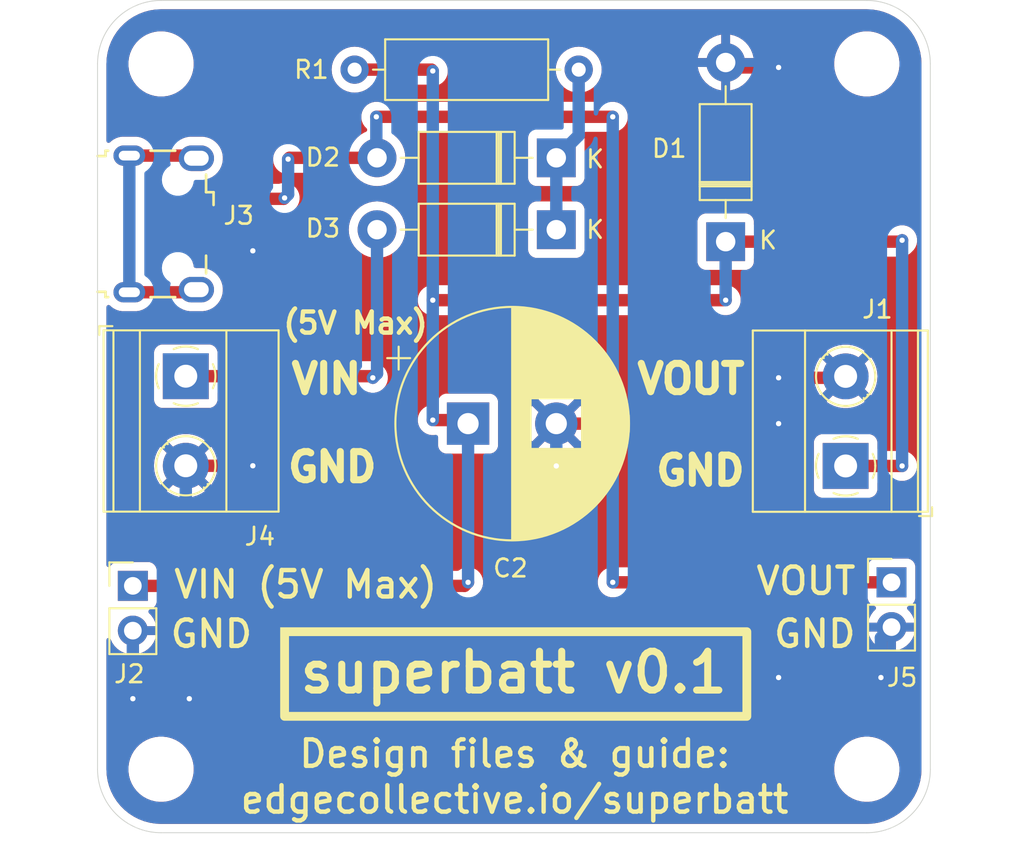
<source format=kicad_pcb>
(kicad_pcb (version 20240108) (generator "pcbnew") (generator_version "8.0")
  (layers (0 "F.Cu" signal) (31 "B.Cu" signal) (34 "B.Paste" user) (35 "F.Paste" user) (36 "B.SilkS" user "B.Silkscreen") (37 "F.SilkS" user "F.Silkscreen") (38 "B.Mask" user) (39 "F.Mask" user) (44 "Edge.Cuts" user))
  (net 0 "")
  (net 1 "Net-(D1-K)")
  (net 2 "GND")
  (net 3 "Net-(D2-K)")
  (net 4 "Net-(D2-A)")
  (net 5 "Net-(D3-A)")
  (net 7 "unconnected-(J3-Shield-Pad6)")
  (footprint "Diode_THT:D_DO-41_SOD81_P10.16mm_Horizontal" (layer "F.Cu") (at 22.4 5.325 180)
    (property "Reference" "D2" (at 13.23 0.025 0) (layer "F.SilkS"))
    (property "Value" "Schottky 1N5817")
    (fp_line (start 8.82 0) (end 7.8 0) (stroke (width 0.12)) (layer "F.SilkS"))
    (fp_line (start 7.8 1.47) (end 7.8 -1.47) (stroke (width 0.12)) (layer "F.SilkS"))
    (fp_line (start 7.8 -1.47) (end 2.36 -1.47) (stroke (width 0.12)) (layer "F.SilkS"))
    (fp_line (start 3.38 -1.47) (end 3.38 1.47) (stroke (width 0.12)) (layer "F.SilkS"))
    (fp_line (start 3.26 -1.47) (end 3.26 1.47) (stroke (width 0.12)) (layer "F.SilkS"))
    (fp_line (start 3.14 -1.47) (end 3.14 1.47) (stroke (width 0.12)) (layer "F.SilkS"))
    (fp_line (start 2.36 1.47) (end 7.8 1.47) (stroke (width 0.12)) (layer "F.SilkS"))
    (fp_line (start 2.36 -1.47) (end 2.36 1.47) (stroke (width 0.12)) (layer "F.SilkS"))
    (fp_line (start 1.34 0) (end 2.36 0) (stroke (width 0.12)) (layer "F.SilkS"))
    (fp_text user "K" (at -2.2 -0.075 0) (layer "F.SilkS"))
    (pad "1" thru_hole rect (at 0 0 180) (size 2.2 2.2) (drill 1.1) (layers "*.Cu" "*.Mask") (net 3 "Net-(D2-K)"))
    (pad "2" thru_hole oval (at 10.16 0 180) (size 2.2 2.2) (drill 1.1) (layers "*.Cu" "*.Mask") (net 4 "Net-(D2-A)"))
  )
  (footprint "TerminalBlock_Phoenix:TerminalBlock_Phoenix_MKDS-1,5-2-5.08_1x02_P5.08mm_Horizontal" (layer "F.Cu") (at 38.8 22.8 90)
    (property "Reference" "J1" (at 8.88 1.8 180) (layer "F.SilkS"))
    (property "Value" "Screw_Terminal_01x02")
    (fp_line (start 7.68 -5.261) (end 7.68 4.66) (stroke (width 0.12)) (layer "F.SilkS"))
    (fp_line (start -2.6 -5.261) (end 7.68 -5.261) (stroke (width 0.12)) (layer "F.SilkS"))
    (fp_line (start -2.6 -5.261) (end -2.6 4.66) (stroke (width 0.12)) (layer "F.SilkS"))
    (fp_line (start -2.6 -2.301) (end 7.68 -2.301) (stroke (width 0.12)) (layer "F.SilkS"))
    (fp_line (start 6.15 -1.275) (end 6.115 -1.239) (stroke (width 0.12)) (layer "F.SilkS"))
    (fp_line (start 6.355 -1.069) (end 6.308 -1.023) (stroke (width 0.12)) (layer "F.SilkS"))
    (fp_line (start 3.853 1.023) (end 3.806 1.069) (stroke (width 0.12)) (layer "F.SilkS"))
    (fp_line (start 4.046 1.239) (end 4.011 1.274) (stroke (width 0.12)) (layer "F.SilkS"))
    (fp_line (start -2.6 2.6) (end 7.68 2.6) (stroke (width 0.12)) (layer "F.SilkS"))
    (fp_line (start -2.6 4.1) (end 7.68 4.1) (stroke (width 0.12)) (layer "F.SilkS"))
    (fp_line (start -2.84 4.16) (end -2.84 4.9) (stroke (width 0.12)) (layer "F.SilkS"))
    (fp_line (start -2.6 4.66) (end 7.68 4.66) (stroke (width 0.12)) (layer "F.SilkS"))
    (fp_line (start -2.84 4.9) (end -2.34 4.9) (stroke (width 0.12)) (layer "F.SilkS"))
    (fp_arc (start -0.683042 -1.535427) (mid 0.000524 -1.680501) (end 0.684 -1.535) (stroke (width 0.12)) (layer "F.SilkS"))
    (fp_arc (start 1.535427 -0.683042) (mid 1.680501 0.000524) (end 1.535 0.684) (stroke (width 0.12)) (layer "F.SilkS"))
    (fp_arc (start -1.535427 0.683042) (mid -1.680501 -0.000524) (end -1.535 -0.684) (stroke (width 0.12)) (layer "F.SilkS"))
    (fp_arc (start 0.683318 1.534756) (mid 0.349292 1.643288) (end 0 1.68) (stroke (width 0.12)) (layer "F.SilkS"))
    (fp_arc (start 0.028805 1.680253) (mid -0.335551 1.646659) (end -0.684 1.535) (stroke (width 0.12)) (layer "F.SilkS"))
    (fp_circle (center 5.08 0) (end 6.76 0) (stroke (width 0.12)) (fill none) (layer "F.SilkS"))
    (pad "1" thru_hole rect (at 0 0 90) (size 2.6 2.6) (drill 1.3) (layers "*.Cu" "*.Mask") (net 1 "Net-(D1-K)"))
    (pad "2" thru_hole circle (at 5.08 0 90) (size 2.6 2.6) (drill 1.3) (layers "*.Cu" "*.Mask") (net 2 "GND"))
  )
  (footprint "MountingHole:MountingHole_3.2mm_M3" (layer "F.Cu") (at 0 0)
    (property "Reference" "H1" (hide yes))
    (property "Value" "MountingHole")
    (pad "" np_thru_hole circle (at 0 0) (size 3.2 3.2) (drill 3.2) (layers "*.Cu" "*.Mask"))
  )
  (footprint "MountingHole:MountingHole_3.2mm_M3" (layer "F.Cu") (at 40 40)
    (property "Reference" "H3" (hide yes))
    (property "Value" "MountingHole")
    (pad "" np_thru_hole circle (at 0 0) (size 3.2 3.2) (drill 3.2) (layers "*.Cu" "*.Mask"))
  )
  (footprint "Diode_THT:D_DO-41_SOD81_P10.16mm_Horizontal" (layer "F.Cu") (at 22.4 9.4 180)
    (property "Reference" "D3" (at 13.23 0.075 0) (layer "F.SilkS"))
    (property "Value" "Schottky 1N5817")
    (fp_line (start 8.82 0) (end 7.8 0) (stroke (width 0.12)) (layer "F.SilkS"))
    (fp_line (start 7.8 1.47) (end 7.8 -1.47) (stroke (width 0.12)) (layer "F.SilkS"))
    (fp_line (start 7.8 -1.47) (end 2.36 -1.47) (stroke (width 0.12)) (layer "F.SilkS"))
    (fp_line (start 3.38 -1.47) (end 3.38 1.47) (stroke (width 0.12)) (layer "F.SilkS"))
    (fp_line (start 3.26 -1.47) (end 3.26 1.47) (stroke (width 0.12)) (layer "F.SilkS"))
    (fp_line (start 3.14 -1.47) (end 3.14 1.47) (stroke (width 0.12)) (layer "F.SilkS"))
    (fp_line (start 2.36 1.47) (end 7.8 1.47) (stroke (width 0.12)) (layer "F.SilkS"))
    (fp_line (start 2.36 -1.47) (end 2.36 1.47) (stroke (width 0.12)) (layer "F.SilkS"))
    (fp_line (start 1.34 0) (end 2.36 0) (stroke (width 0.12)) (layer "F.SilkS"))
    (fp_text user "K" (at -2.2 0 0) (layer "F.SilkS"))
    (pad "1" thru_hole rect (at 0 0 180) (size 2.2 2.2) (drill 1.1) (layers "*.Cu" "*.Mask") (net 3 "Net-(D2-K)"))
    (pad "2" thru_hole oval (at 10.16 0 180) (size 2.2 2.2) (drill 1.1) (layers "*.Cu" "*.Mask") (net 5 "Net-(D3-A)"))
  )
  (footprint "MountingHole:MountingHole_3.2mm_M3" (layer "F.Cu") (at 0 40)
    (property "Reference" "H2" (hide yes))
    (property "Value" "MountingHole")
    (pad "" np_thru_hole circle (at 0 0) (size 3.2 3.2) (drill 3.2) (layers "*.Cu" "*.Mask"))
  )
  (footprint "Resistor_THT:R_Axial_DIN0309_L9.0mm_D3.2mm_P12.70mm_Horizontal" (layer "F.Cu") (at 23.67 0.325 180)
    (property "Reference" "R1" (at 15.15 0 0) (layer "F.SilkS"))
    (property "Value" "10 Ohm")
    (fp_line (start 11.66 0) (end 10.97 0) (stroke (width 0.12)) (layer "F.SilkS"))
    (fp_line (start 10.97 1.72) (end 10.97 -1.72) (stroke (width 0.12)) (layer "F.SilkS"))
    (fp_line (start 10.97 -1.72) (end 1.73 -1.72) (stroke (width 0.12)) (layer "F.SilkS"))
    (fp_line (start 1.73 1.72) (end 10.97 1.72) (stroke (width 0.12)) (layer "F.SilkS"))
    (fp_line (start 1.73 -1.72) (end 1.73 1.72) (stroke (width 0.12)) (layer "F.SilkS"))
    (fp_line (start 1.04 0) (end 1.73 0) (stroke (width 0.12)) (layer "F.SilkS"))
    (pad "1" thru_hole circle (at 0 0 180) (size 1.6 1.6) (drill 0.8) (layers "*.Cu" "*.Mask") (net 3 "Net-(D2-K)"))
    (pad "2" thru_hole oval (at 12.7 0 180) (size 1.6 1.6) (drill 0.8) (layers "*.Cu" "*.Mask") (net 1 "Net-(D1-K)"))
  )
  (footprint "Connector_PinHeader_2.54mm:PinHeader_1x02_P2.54mm_Vertical" (layer "F.Cu") (at -1.6 29.6)
    (property "Reference" "J2" (at -0.2 5 0) (layer "F.SilkS"))
    (property "Value" "Conn_01x02_Socket")
    (fp_line (start -1.33 -1.33) (end 0 -1.33) (stroke (width 0.12)) (layer "F.SilkS"))
    (fp_line (start -1.33 0) (end -1.33 -1.33) (stroke (width 0.12)) (layer "F.SilkS"))
    (fp_line (start -1.33 1.27) (end -1.33 3.87) (stroke (width 0.12)) (layer "F.SilkS"))
    (fp_line (start -1.33 1.27) (end 1.33 1.27) (stroke (width 0.12)) (layer "F.SilkS"))
    (fp_line (start -1.33 3.87) (end 1.33 3.87) (stroke (width 0.12)) (layer "F.SilkS"))
    (fp_line (start 1.33 1.27) (end 1.33 3.87) (stroke (width 0.12)) (layer "F.SilkS"))
    (pad "1" thru_hole rect (at 0 0) (size 1.7 1.7) (drill 1) (layers "*.Cu" "*.Mask") (net 1 "Net-(D1-K)"))
    (pad "2" thru_hole oval (at 0 2.54) (size 1.7 1.7) (drill 1) (layers "*.Cu" "*.Mask") (net 2 "GND"))
  )
  (footprint "TerminalBlock_Phoenix:TerminalBlock_Phoenix_MKDS-1,5-2-5.08_1x02_P5.08mm_Horizontal" (layer "F.Cu") (at 1.4 17.71 -90)
    (property "Reference" "J4" (at 9.09 -4.2 180) (layer "F.SilkS"))
    (property "Value" "Screw_Terminal_01x02")
    (fp_line (start -2.84 4.9) (end -2.34 4.9) (stroke (width 0.12)) (layer "F.SilkS"))
    (fp_line (start -2.6 4.66) (end 7.68 4.66) (stroke (width 0.12)) (layer "F.SilkS"))
    (fp_line (start -2.84 4.16) (end -2.84 4.9) (stroke (width 0.12)) (layer "F.SilkS"))
    (fp_line (start -2.6 4.1) (end 7.68 4.1) (stroke (width 0.12)) (layer "F.SilkS"))
    (fp_line (start -2.6 2.6) (end 7.68 2.6) (stroke (width 0.12)) (layer "F.SilkS"))
    (fp_line (start 4.046 1.239) (end 4.011 1.274) (stroke (width 0.12)) (layer "F.SilkS"))
    (fp_line (start 3.853 1.023) (end 3.806 1.069) (stroke (width 0.12)) (layer "F.SilkS"))
    (fp_line (start 6.355 -1.069) (end 6.308 -1.023) (stroke (width 0.12)) (layer "F.SilkS"))
    (fp_line (start 6.15 -1.275) (end 6.115 -1.239) (stroke (width 0.12)) (layer "F.SilkS"))
    (fp_line (start -2.6 -2.301) (end 7.68 -2.301) (stroke (width 0.12)) (layer "F.SilkS"))
    (fp_line (start -2.6 -5.261) (end -2.6 4.66) (stroke (width 0.12)) (layer "F.SilkS"))
    (fp_line (start -2.6 -5.261) (end 7.68 -5.261) (stroke (width 0.12)) (layer "F.SilkS"))
    (fp_line (start 7.68 -5.261) (end 7.68 4.66) (stroke (width 0.12)) (layer "F.SilkS"))
    (fp_arc (start 0.028805 1.680253) (mid -0.335551 1.646659) (end -0.684 1.535) (stroke (width 0.12)) (layer "F.SilkS"))
    (fp_arc (start 0.683318 1.534756) (mid 0.349292 1.643288) (end 0 1.68) (stroke (width 0.12)) (layer "F.SilkS"))
    (fp_arc (start -1.535427 0.683042) (mid -1.680501 -0.000524) (end -1.535 -0.684) (stroke (width 0.12)) (layer "F.SilkS"))
    (fp_arc (start 1.535427 -0.683042) (mid 1.680501 0.000524) (end 1.535 0.684) (stroke (width 0.12)) (layer "F.SilkS"))
    (fp_arc (start -0.683042 -1.535427) (mid 0.000524 -1.680501) (end 0.684 -1.535) (stroke (width 0.12)) (layer "F.SilkS"))
    (fp_circle (center 5.08 0) (end 6.76 0) (stroke (width 0.12)) (fill none) (layer "F.SilkS"))
    (pad "1" thru_hole rect (at 0 0 270) (size 2.6 2.6) (drill 1.3) (layers "*.Cu" "*.Mask") (net 5 "Net-(D3-A)"))
    (pad "2" thru_hole circle (at 5.08 0 270) (size 2.6 2.6) (drill 1.3) (layers "*.Cu" "*.Mask") (net 2 "GND"))
  )
  (footprint "Connector_PinHeader_2.54mm:PinHeader_1x02_P2.54mm_Vertical" (layer "F.Cu") (at 41.4 29.4)
    (property "Reference" "J5" (at 0.6 5.4 0) (layer "F.SilkS"))
    (property "Value" "Conn_01x02_Socket")
    (fp_line (start -1.33 -1.33) (end 0 -1.33) (stroke (width 0.12)) (layer "F.SilkS"))
    (fp_line (start -1.33 0) (end -1.33 -1.33) (stroke (width 0.12)) (layer "F.SilkS"))
    (fp_line (start -1.33 1.27) (end -1.33 3.87) (stroke (width 0.12)) (layer "F.SilkS"))
    (fp_line (start -1.33 1.27) (end 1.33 1.27) (stroke (width 0.12)) (layer "F.SilkS"))
    (fp_line (start -1.33 3.87) (end 1.33 3.87) (stroke (width 0.12)) (layer "F.SilkS"))
    (fp_line (start 1.33 1.27) (end 1.33 3.87) (stroke (width 0.12)) (layer "F.SilkS"))
    (pad "1" thru_hole rect (at 0 0) (size 1.7 1.7) (drill 1) (layers "*.Cu" "*.Mask") (net 4 "Net-(D2-A)"))
    (pad "2" thru_hole oval (at 0 2.54) (size 1.7 1.7) (drill 1) (layers "*.Cu" "*.Mask") (net 2 "GND"))
  )
  (footprint "Capacitor_THT:CP_Radial_D13.0mm_P5.00mm" (layer "F.Cu") (at 17.4 20.4)
    (property "Reference" "C2" (at 2.4 8.2 0) (layer "F.SilkS"))
    (property "Value" "C_Polarized")
    (fp_line (start -4.584569 -3.715) (end -3.284569 -3.715) (stroke (width 0.12)) (layer "F.SilkS"))
    (fp_line (start -3.934569 -4.365) (end -3.934569 -3.065) (stroke (width 0.12)) (layer "F.SilkS"))
    (fp_line (start 2.5 -6.58) (end 2.5 6.58) (stroke (width 0.12)) (layer "F.SilkS"))
    (fp_line (start 2.54 -6.58) (end 2.54 6.58) (stroke (width 0.12)) (layer "F.SilkS"))
    (fp_line (start 2.58 -6.58) (end 2.58 6.58) (stroke (width 0.12)) (layer "F.SilkS"))
    (fp_line (start 2.62 -6.579) (end 2.62 6.579) (stroke (width 0.12)) (layer "F.SilkS"))
    (fp_line (start 2.66 -6.579) (end 2.66 6.579) (stroke (width 0.12)) (layer "F.SilkS"))
    (fp_line (start 2.7 -6.577) (end 2.7 6.577) (stroke (width 0.12)) (layer "F.SilkS"))
    (fp_line (start 2.74 -6.576) (end 2.74 6.576) (stroke (width 0.12)) (layer "F.SilkS"))
    (fp_line (start 2.78 -6.575) (end 2.78 6.575) (stroke (width 0.12)) (layer "F.SilkS"))
    (fp_line (start 2.82 -6.573) (end 2.82 6.573) (stroke (width 0.12)) (layer "F.SilkS"))
    (fp_line (start 2.86 -6.571) (end 2.86 6.571) (stroke (width 0.12)) (layer "F.SilkS"))
    (fp_line (start 2.9 -6.568) (end 2.9 6.568) (stroke (width 0.12)) (layer "F.SilkS"))
    (fp_line (start 2.94 -6.566) (end 2.94 6.566) (stroke (width 0.12)) (layer "F.SilkS"))
    (fp_line (start 2.98 -6.563) (end 2.98 6.563) (stroke (width 0.12)) (layer "F.SilkS"))
    (fp_line (start 3.02 -6.56) (end 3.02 6.56) (stroke (width 0.12)) (layer "F.SilkS"))
    (fp_line (start 3.06 -6.557) (end 3.06 6.557) (stroke (width 0.12)) (layer "F.SilkS"))
    (fp_line (start 3.1 -6.553) (end 3.1 6.553) (stroke (width 0.12)) (layer "F.SilkS"))
    (fp_line (start 3.14 -6.549) (end 3.14 6.549) (stroke (width 0.12)) (layer "F.SilkS"))
    (fp_line (start 3.18 -6.545) (end 3.18 6.545) (stroke (width 0.12)) (layer "F.SilkS"))
    (fp_line (start 3.221 -6.541) (end 3.221 6.541) (stroke (width 0.12)) (layer "F.SilkS"))
    (fp_line (start 3.261 -6.537) (end 3.261 6.537) (stroke (width 0.12)) (layer "F.SilkS"))
    (fp_line (start 3.301 -6.532) (end 3.301 6.532) (stroke (width 0.12)) (layer "F.SilkS"))
    (fp_line (start 3.341 -6.527) (end 3.341 6.527) (stroke (width 0.12)) (layer "F.SilkS"))
    (fp_line (start 3.381 -6.522) (end 3.381 6.522) (stroke (width 0.12)) (layer "F.SilkS"))
    (fp_line (start 3.421 -6.516) (end 3.421 6.516) (stroke (width 0.12)) (layer "F.SilkS"))
    (fp_line (start 3.461 -6.511) (end 3.461 6.511) (stroke (width 0.12)) (layer "F.SilkS"))
    (fp_line (start 3.501 -6.505) (end 3.501 6.505) (stroke (width 0.12)) (layer "F.SilkS"))
    (fp_line (start 3.541 -6.498) (end 3.541 6.498) (stroke (width 0.12)) (layer "F.SilkS"))
    (fp_line (start 3.581 -6.492) (end 3.581 -1.44) (stroke (width 0.12)) (layer "F.SilkS"))
    (fp_line (start 3.581 1.44) (end 3.581 6.492) (stroke (width 0.12)) (layer "F.SilkS"))
    (fp_line (start 3.621 -6.485) (end 3.621 -1.44) (stroke (width 0.12)) (layer "F.SilkS"))
    (fp_line (start 3.621 1.44) (end 3.621 6.485) (stroke (width 0.12)) (layer "F.SilkS"))
    (fp_line (start 3.661 -6.478) (end 3.661 -1.44) (stroke (width 0.12)) (layer "F.SilkS"))
    (fp_line (start 3.661 1.44) (end 3.661 6.478) (stroke (width 0.12)) (layer "F.SilkS"))
    (fp_line (start 3.701 -6.471) (end 3.701 -1.44) (stroke (width 0.12)) (layer "F.SilkS"))
    (fp_line (start 3.701 1.44) (end 3.701 6.471) (stroke (width 0.12)) (layer "F.SilkS"))
    (fp_line (start 3.741 -6.463) (end 3.741 -1.44) (stroke (width 0.12)) (layer "F.SilkS"))
    (fp_line (start 3.741 1.44) (end 3.741 6.463) (stroke (width 0.12)) (layer "F.SilkS"))
    (fp_line (start 3.781 -6.456) (end 3.781 -1.44) (stroke (width 0.12)) (layer "F.SilkS"))
    (fp_line (start 3.781 1.44) (end 3.781 6.456) (stroke (width 0.12)) (layer "F.SilkS"))
    (fp_line (start 3.821 -6.448) (end 3.821 -1.44) (stroke (width 0.12)) (layer "F.SilkS"))
    (fp_line (start 3.821 1.44) (end 3.821 6.448) (stroke (width 0.12)) (layer "F.SilkS"))
    (fp_line (start 3.861 -6.439) (end 3.861 -1.44) (stroke (width 0.12)) (layer "F.SilkS"))
    (fp_line (start 3.861 1.44) (end 3.861 6.439) (stroke (width 0.12)) (layer "F.SilkS"))
    (fp_line (start 3.901 -6.431) (end 3.901 -1.44) (stroke (width 0.12)) (layer "F.SilkS"))
    (fp_line (start 3.901 1.44) (end 3.901 6.431) (stroke (width 0.12)) (layer "F.SilkS"))
    (fp_line (start 3.941 -6.422) (end 3.941 -1.44) (stroke (width 0.12)) (layer "F.SilkS"))
    (fp_line (start 3.941 1.44) (end 3.941 6.422) (stroke (width 0.12)) (layer "F.SilkS"))
    (fp_line (start 3.981 -6.413) (end 3.981 -1.44) (stroke (width 0.12)) (layer "F.SilkS"))
    (fp_line (start 3.981 1.44) (end 3.981 6.413) (stroke (width 0.12)) (layer "F.SilkS"))
    (fp_line (start 4.021 -6.404) (end 4.021 -1.44) (stroke (width 0.12)) (layer "F.SilkS"))
    (fp_line (start 4.021 1.44) (end 4.021 6.404) (stroke (width 0.12)) (layer "F.SilkS"))
    (fp_line (start 4.061 -6.394) (end 4.061 -1.44) (stroke (width 0.12)) (layer "F.SilkS"))
    (fp_line (start 4.061 1.44) (end 4.061 6.394) (stroke (width 0.12)) (layer "F.SilkS"))
    (fp_line (start 4.101 -6.384) (end 4.101 -1.44) (stroke (width 0.12)) (layer "F.SilkS"))
    (fp_line (start 4.101 1.44) (end 4.101 6.384) (stroke (width 0.12)) (layer "F.SilkS"))
    (fp_line (start 4.141 -6.374) (end 4.141 -1.44) (stroke (width 0.12)) (layer "F.SilkS"))
    (fp_line (start 4.141 1.44) (end 4.141 6.374) (stroke (width 0.12)) (layer "F.SilkS"))
    (fp_line (start 4.181 -6.364) (end 4.181 -1.44) (stroke (width 0.12)) (layer "F.SilkS"))
    (fp_line (start 4.181 1.44) (end 4.181 6.364) (stroke (width 0.12)) (layer "F.SilkS"))
    (fp_line (start 4.221 -6.353) (end 4.221 -1.44) (stroke (width 0.12)) (layer "F.SilkS"))
    (fp_line (start 4.221 1.44) (end 4.221 6.353) (stroke (width 0.12)) (layer "F.SilkS"))
    (fp_line (start 4.261 -6.342) (end 4.261 -1.44) (stroke (width 0.12)) (layer "F.SilkS"))
    (fp_line (start 4.261 1.44) (end 4.261 6.342) (stroke (width 0.12)) (layer "F.SilkS"))
    (fp_line (start 4.301 -6.331) (end 4.301 -1.44) (stroke (width 0.12)) (layer "F.SilkS"))
    (fp_line (start 4.301 1.44) (end 4.301 6.331) (stroke (width 0.12)) (layer "F.SilkS"))
    (fp_line (start 4.341 -6.32) (end 4.341 -1.44) (stroke (width 0.12)) (layer "F.SilkS"))
    (fp_line (start 4.341 1.44) (end 4.341 6.32) (stroke (width 0.12)) (layer "F.SilkS"))
    (fp_line (start 4.381 -6.308) (end 4.381 -1.44) (stroke (width 0.12)) (layer "F.SilkS"))
    (fp_line (start 4.381 1.44) (end 4.381 6.308) (stroke (width 0.12)) (layer "F.SilkS"))
    (fp_line (start 4.421 -6.296) (end 4.421 -1.44) (stroke (width 0.12)) (layer "F.SilkS"))
    (fp_line (start 4.421 1.44) (end 4.421 6.296) (stroke (width 0.12)) (layer "F.SilkS"))
    (fp_line (start 4.461 -6.284) (end 4.461 -1.44) (stroke (width 0.12)) (layer "F.SilkS"))
    (fp_line (start 4.461 1.44) (end 4.461 6.284) (stroke (width 0.12)) (layer "F.SilkS"))
    (fp_line (start 4.501 -6.271) (end 4.501 -1.44) (stroke (width 0.12)) (layer "F.SilkS"))
    (fp_line (start 4.501 1.44) (end 4.501 6.271) (stroke (width 0.12)) (layer "F.SilkS"))
    (fp_line (start 4.541 -6.258) (end 4.541 -1.44) (stroke (width 0.12)) (layer "F.SilkS"))
    (fp_line (start 4.541 1.44) (end 4.541 6.258) (stroke (width 0.12)) (layer "F.SilkS"))
    (fp_line (start 4.581 -6.245) (end 4.581 -1.44) (stroke (width 0.12)) (layer "F.SilkS"))
    (fp_line (start 4.581 1.44) (end 4.581 6.245) (stroke (width 0.12)) (layer "F.SilkS"))
    (fp_line (start 4.621 -6.232) (end 4.621 -1.44) (stroke (width 0.12)) (layer "F.SilkS"))
    (fp_line (start 4.621 1.44) (end 4.621 6.232) (stroke (width 0.12)) (layer "F.SilkS"))
    (fp_line (start 4.661 -6.218) (end 4.661 -1.44) (stroke (width 0.12)) (layer "F.SilkS"))
    (fp_line (start 4.661 1.44) (end 4.661 6.218) (stroke (width 0.12)) (layer "F.SilkS"))
    (fp_line (start 4.701 -6.204) (end 4.701 -1.44) (stroke (width 0.12)) (layer "F.SilkS"))
    (fp_line (start 4.701 1.44) (end 4.701 6.204) (stroke (width 0.12)) (layer "F.SilkS"))
    (fp_line (start 4.741 -6.19) (end 4.741 -1.44) (stroke (width 0.12)) (layer "F.SilkS"))
    (fp_line (start 4.741 1.44) (end 4.741 6.19) (stroke (width 0.12)) (layer "F.SilkS"))
    (fp_line (start 4.781 -6.175) (end 4.781 -1.44) (stroke (width 0.12)) (layer "F.SilkS"))
    (fp_line (start 4.781 1.44) (end 4.781 6.175) (stroke (width 0.12)) (layer "F.SilkS"))
    (fp_line (start 4.821 -6.161) (end 4.821 -1.44) (stroke (width 0.12)) (layer "F.SilkS"))
    (fp_line (start 4.821 1.44) (end 4.821 6.161) (stroke (width 0.12)) (layer "F.SilkS"))
    (fp_line (start 4.861 -6.146) (end 4.861 -1.44) (stroke (width 0.12)) (layer "F.SilkS"))
    (fp_line (start 4.861 1.44) (end 4.861 6.146) (stroke (width 0.12)) (layer "F.SilkS"))
    (fp_line (start 4.901 -6.13) (end 4.901 -1.44) (stroke (width 0.12)) (layer "F.SilkS"))
    (fp_line (start 4.901 1.44) (end 4.901 6.13) (stroke (width 0.12)) (layer "F.SilkS"))
    (fp_line (start 4.941 -6.114) (end 4.941 -1.44) (stroke (width 0.12)) (layer "F.SilkS"))
    (fp_line (start 4.941 1.44) (end 4.941 6.114) (stroke (width 0.12)) (layer "F.SilkS"))
    (fp_line (start 4.981 -6.098) (end 4.981 -1.44) (stroke (width 0.12)) (layer "F.SilkS"))
    (fp_line (start 4.981 1.44) (end 4.981 6.098) (stroke (width 0.12)) (layer "F.SilkS"))
    (fp_line (start 5.021 -6.082) (end 5.021 -1.44) (stroke (width 0.12)) (layer "F.SilkS"))
    (fp_line (start 5.021 1.44) (end 5.021 6.082) (stroke (width 0.12)) (layer "F.SilkS"))
    (fp_line (start 5.061 -6.065) (end 5.061 -1.44) (stroke (width 0.12)) (layer "F.SilkS"))
    (fp_line (start 5.061 1.44) (end 5.061 6.065) (stroke (width 0.12)) (layer "F.SilkS"))
    (fp_line (start 5.101 -6.049) (end 5.101 -1.44) (stroke (width 0.12)) (layer "F.SilkS"))
    (fp_line (start 5.101 1.44) (end 5.101 6.049) (stroke (width 0.12)) (layer "F.SilkS"))
    (fp_line (start 5.141 -6.031) (end 5.141 -1.44) (stroke (width 0.12)) (layer "F.SilkS"))
    (fp_line (start 5.141 1.44) (end 5.141 6.031) (stroke (width 0.12)) (layer "F.SilkS"))
    (fp_line (start 5.181 -6.014) (end 5.181 -1.44) (stroke (width 0.12)) (layer "F.SilkS"))
    (fp_line (start 5.181 1.44) (end 5.181 6.014) (stroke (width 0.12)) (layer "F.SilkS"))
    (fp_line (start 5.221 -5.996) (end 5.221 -1.44) (stroke (width 0.12)) (layer "F.SilkS"))
    (fp_line (start 5.221 1.44) (end 5.221 5.996) (stroke (width 0.12)) (layer "F.SilkS"))
    (fp_line (start 5.261 -5.978) (end 5.261 -1.44) (stroke (width 0.12)) (layer "F.SilkS"))
    (fp_line (start 5.261 1.44) (end 5.261 5.978) (stroke (width 0.12)) (layer "F.SilkS"))
    (fp_line (start 5.301 -5.959) (end 5.301 -1.44) (stroke (width 0.12)) (layer "F.SilkS"))
    (fp_line (start 5.301 1.44) (end 5.301 5.959) (stroke (width 0.12)) (layer "F.SilkS"))
    (fp_line (start 5.341 -5.94) (end 5.341 -1.44) (stroke (width 0.12)) (layer "F.SilkS"))
    (fp_line (start 5.341 1.44) (end 5.341 5.94) (stroke (width 0.12)) (layer "F.SilkS"))
    (fp_line (start 5.381 -5.921) (end 5.381 -1.44) (stroke (width 0.12)) (layer "F.SilkS"))
    (fp_line (start 5.381 1.44) (end 5.381 5.921) (stroke (width 0.12)) (layer "F.SilkS"))
    (fp_line (start 5.421 -5.902) (end 5.421 -1.44) (stroke (width 0.12)) (layer "F.SilkS"))
    (fp_line (start 5.421 1.44) (end 5.421 5.902) (stroke (width 0.12)) (layer "F.SilkS"))
    (fp_line (start 5.461 -5.882) (end 5.461 -1.44) (stroke (width 0.12)) (layer "F.SilkS"))
    (fp_line (start 5.461 1.44) (end 5.461 5.882) (stroke (width 0.12)) (layer "F.SilkS"))
    (fp_line (start 5.501 -5.862) (end 5.501 -1.44) (stroke (width 0.12)) (layer "F.SilkS"))
    (fp_line (start 5.501 1.44) (end 5.501 5.862) (stroke (width 0.12)) (layer "F.SilkS"))
    (fp_line (start 5.541 -5.841) (end 5.541 -1.44) (stroke (width 0.12)) (layer "F.SilkS"))
    (fp_line (start 5.541 1.44) (end 5.541 5.841) (stroke (width 0.12)) (layer "F.SilkS"))
    (fp_line (start 5.581 -5.82) (end 5.581 -1.44) (stroke (width 0.12)) (layer "F.SilkS"))
    (fp_line (start 5.581 1.44) (end 5.581 5.82) (stroke (width 0.12)) (layer "F.SilkS"))
    (fp_line (start 5.621 -5.799) (end 5.621 -1.44) (stroke (width 0.12)) (layer "F.SilkS"))
    (fp_line (start 5.621 1.44) (end 5.621 5.799) (stroke (width 0.12)) (layer "F.SilkS"))
    (fp_line (start 5.661 -5.778) (end 5.661 -1.44) (stroke (width 0.12)) (layer "F.SilkS"))
    (fp_line (start 5.661 1.44) (end 5.661 5.778) (stroke (width 0.12)) (layer "F.SilkS"))
    (fp_line (start 5.701 -5.756) (end 5.701 -1.44) (stroke (width 0.12)) (layer "F.SilkS"))
    (fp_line (start 5.701 1.44) (end 5.701 5.756) (stroke (width 0.12)) (layer "F.SilkS"))
    (fp_line (start 5.741 -5.733) (end 5.741 -1.44) (stroke (width 0.12)) (layer "F.SilkS"))
    (fp_line (start 5.741 1.44) (end 5.741 5.733) (stroke (width 0.12)) (layer "F.SilkS"))
    (fp_line (start 5.781 -5.711) (end 5.781 -1.44) (stroke (width 0.12)) (layer "F.SilkS"))
    (fp_line (start 5.781 1.44) (end 5.781 5.711) (stroke (width 0.12)) (layer "F.SilkS"))
    (fp_line (start 5.821 -5.688) (end 5.821 -1.44) (stroke (width 0.12)) (layer "F.SilkS"))
    (fp_line (start 5.821 1.44) (end 5.821 5.688) (stroke (width 0.12)) (layer "F.SilkS"))
    (fp_line (start 5.861 -5.664) (end 5.861 -1.44) (stroke (width 0.12)) (layer "F.SilkS"))
    (fp_line (start 5.861 1.44) (end 5.861 5.664) (stroke (width 0.12)) (layer "F.SilkS"))
    (fp_line (start 5.901 -5.641) (end 5.901 -1.44) (stroke (width 0.12)) (layer "F.SilkS"))
    (fp_line (start 5.901 1.44) (end 5.901 5.641) (stroke (width 0.12)) (layer "F.SilkS"))
    (fp_line (start 5.941 -5.617) (end 5.941 -1.44) (stroke (width 0.12)) (layer "F.SilkS"))
    (fp_line (start 5.941 1.44) (end 5.941 5.617) (stroke (width 0.12)) (layer "F.SilkS"))
    (fp_line (start 5.981 -5.592) (end 5.981 -1.44) (stroke (width 0.12)) (layer "F.SilkS"))
    (fp_line (start 5.981 1.44) (end 5.981 5.592) (stroke (width 0.12)) (layer "F.SilkS"))
    (fp_line (start 6.021 -5.567) (end 6.021 -1.44) (stroke (width 0.12)) (layer "F.SilkS"))
    (fp_line (start 6.021 1.44) (end 6.021 5.567) (stroke (width 0.12)) (layer "F.SilkS"))
    (fp_line (start 6.061 -5.542) (end 6.061 -1.44) (stroke (width 0.12)) (layer "F.SilkS"))
    (fp_line (start 6.061 1.44) (end 6.061 5.542) (stroke (width 0.12)) (layer "F.SilkS"))
    (fp_line (start 6.101 -5.516) (end 6.101 -1.44) (stroke (width 0.12)) (layer "F.SilkS"))
    (fp_line (start 6.101 1.44) (end 6.101 5.516) (stroke (width 0.12)) (layer "F.SilkS"))
    (fp_line (start 6.141 -5.49) (end 6.141 -1.44) (stroke (width 0.12)) (layer "F.SilkS"))
    (fp_line (start 6.141 1.44) (end 6.141 5.49) (stroke (width 0.12)) (layer "F.SilkS"))
    (fp_line (start 6.181 -5.463) (end 6.181 -1.44) (stroke (width 0.12)) (layer "F.SilkS"))
    (fp_line (start 6.181 1.44) (end 6.181 5.463) (stroke (width 0.12)) (layer "F.SilkS"))
    (fp_line (start 6.221 -5.436) (end 6.221 -1.44) (stroke (width 0.12)) (layer "F.SilkS"))
    (fp_line (start 6.221 1.44) (end 6.221 5.436) (stroke (width 0.12)) (layer "F.SilkS"))
    (fp_line (start 6.261 -5.409) (end 6.261 -1.44) (stroke (width 0.12)) (layer "F.SilkS"))
    (fp_line (start 6.261 1.44) (end 6.261 5.409) (stroke (width 0.12)) (layer "F.SilkS"))
    (fp_line (start 6.301 -5.381) (end 6.301 -1.44) (stroke (width 0.12)) (layer "F.SilkS"))
    (fp_line (start 6.301 1.44) (end 6.301 5.381) (stroke (width 0.12)) (layer "F.SilkS"))
    (fp_line (start 6.341 -5.353) (end 6.341 -1.44) (stroke (width 0.12)) (layer "F.SilkS"))
    (fp_line (start 6.341 1.44) (end 6.341 5.353) (stroke (width 0.12)) (layer "F.SilkS"))
    (fp_line (start 6.381 -5.324) (end 6.381 -1.44) (stroke (width 0.12)) (layer "F.SilkS"))
    (fp_line (start 6.381 1.44) (end 6.381 5.324) (stroke (width 0.12)) (layer "F.SilkS"))
    (fp_line (start 6.421 -5.295) (end 6.421 -1.44) (stroke (width 0.12)) (layer "F.SilkS"))
    (fp_line (start 6.421 1.44) (end 6.421 5.295) (stroke (width 0.12)) (layer "F.SilkS"))
    (fp_line (start 6.461 -5.265) (end 6.461 5.265) (stroke (width 0.12)) (layer "F.SilkS"))
    (fp_line (start 6.501 -5.235) (end 6.501 5.235) (stroke (width 0.12)) (layer "F.SilkS"))
    (fp_line (start 6.541 -5.205) (end 6.541 5.205) (stroke (width 0.12)) (layer "F.SilkS"))
    (fp_line (start 6.581 -5.174) (end 6.581 5.174) (stroke (width 0.12)) (layer "F.SilkS"))
    (fp_line (start 6.621 -5.142) (end 6.621 5.142) (stroke (width 0.12)) (layer "F.SilkS"))
    (fp_line (start 6.661 -5.11) (end 6.661 5.11) (stroke (width 0.12)) (layer "F.SilkS"))
    (fp_line (start 6.701 -5.078) (end 6.701 5.078) (stroke (width 0.12)) (layer "F.SilkS"))
    (fp_line (start 6.741 -5.044) (end 6.741 5.044) (stroke (width 0.12)) (layer "F.SilkS"))
    (fp_line (start 6.781 -5.011) (end 6.781 5.011) (stroke (width 0.12)) (layer "F.SilkS"))
    (fp_line (start 6.821 -4.977) (end 6.821 4.977) (stroke (width 0.12)) (layer "F.SilkS"))
    (fp_line (start 6.861 -4.942) (end 6.861 4.942) (stroke (width 0.12)) (layer "F.SilkS"))
    (fp_line (start 6.901 -4.907) (end 6.901 4.907) (stroke (width 0.12)) (layer "F.SilkS"))
    (fp_line (start 6.941 -4.871) (end 6.941 4.871) (stroke (width 0.12)) (layer "F.SilkS"))
    (fp_line (start 6.981 -4.834) (end 6.981 4.834) (stroke (width 0.12)) (layer "F.SilkS"))
    (fp_line (start 7.021 -4.797) (end 7.021 4.797) (stroke (width 0.12)) (layer "F.SilkS"))
    (fp_line (start 7.061 -4.76) (end 7.061 4.76) (stroke (width 0.12)) (layer "F.SilkS"))
    (fp_line (start 7.101 -4.721) (end 7.101 4.721) (stroke (width 0.12)) (layer "F.SilkS"))
    (fp_line (start 7.141 -4.682) (end 7.141 4.682) (stroke (width 0.12)) (layer "F.SilkS"))
    (fp_line (start 7.181 -4.643) (end 7.181 4.643) (stroke (width 0.12)) (layer "F.SilkS"))
    (fp_line (start 7.221 -4.602) (end 7.221 4.602) (stroke (width 0.12)) (layer "F.SilkS"))
    (fp_line (start 7.261 -4.561) (end 7.261 4.561) (stroke (width 0.12)) (layer "F.SilkS"))
    (fp_line (start 7.301 -4.519) (end 7.301 4.519) (stroke (width 0.12)) (layer "F.SilkS"))
    (fp_line (start 7.341 -4.477) (end 7.341 4.477) (stroke (width 0.12)) (layer "F.SilkS"))
    (fp_line (start 7.381 -4.434) (end 7.381 4.434) (stroke (width 0.12)) (layer "F.SilkS"))
    (fp_line (start 7.421 -4.39) (end 7.421 4.39) (stroke (width 0.12)) (layer "F.SilkS"))
    (fp_line (start 7.461 -4.345) (end 7.461 4.345) (stroke (width 0.12)) (layer "F.SilkS"))
    (fp_line (start 7.501 -4.299) (end 7.501 4.299) (stroke (width 0.12)) (layer "F.SilkS"))
    (fp_line (start 7.541 -4.253) (end 7.541 4.253) (stroke (width 0.12)) (layer "F.SilkS"))
    (fp_line (start 7.581 -4.205) (end 7.581 4.205) (stroke (width 0.12)) (layer "F.SilkS"))
    (fp_line (start 7.621 -4.157) (end 7.621 4.157) (stroke (width 0.12)) (layer "F.SilkS"))
    (fp_line (start 7.661 -4.108) (end 7.661 4.108) (stroke (width 0.12)) (layer "F.SilkS"))
    (fp_line (start 7.701 -4.057) (end 7.701 4.057) (stroke (width 0.12)) (layer "F.SilkS"))
    (fp_line (start 7.741 -4.006) (end 7.741 4.006) (stroke (width 0.12)) (layer "F.SilkS"))
    (fp_line (start 7.781 -3.954) (end 7.781 3.954) (stroke (width 0.12)) (layer "F.SilkS"))
    (fp_line (start 7.821 -3.9) (end 7.821 3.9) (stroke (width 0.12)) (layer "F.SilkS"))
    (fp_line (start 7.861 -3.846) (end 7.861 3.846) (stroke (width 0.12)) (layer "F.SilkS"))
    (fp_line (start 7.901 -3.79) (end 7.901 3.79) (stroke (width 0.12)) (layer "F.SilkS"))
    (fp_line (start 7.941 -3.733) (end 7.941 3.733) (stroke (width 0.12)) (layer "F.SilkS"))
    (fp_line (start 7.981 -3.675) (end 7.981 3.675) (stroke (width 0.12)) (layer "F.SilkS"))
    (fp_line (start 8.021 -3.615) (end 8.021 3.615) (stroke (width 0.12)) (layer "F.SilkS"))
    (fp_line (start 8.061 -3.554) (end 8.061 3.554) (stroke (width 0.12)) (layer "F.SilkS"))
    (fp_line (start 8.101 -3.491) (end 8.101 3.491) (stroke (width 0.12)) (layer "F.SilkS"))
    (fp_line (start 8.141 -3.427) (end 8.141 3.427) (stroke (width 0.12)) (layer "F.SilkS"))
    (fp_line (start 8.181 -3.361) (end 8.181 3.361) (stroke (width 0.12)) (layer "F.SilkS"))
    (fp_line (start 8.221 -3.293) (end 8.221 3.293) (stroke (width 0.12)) (layer "F.SilkS"))
    (fp_line (start 8.261 -3.223) (end 8.261 3.223) (stroke (width 0.12)) (layer "F.SilkS"))
    (fp_line (start 8.301 -3.152) (end 8.301 3.152) (stroke (width 0.12)) (layer "F.SilkS"))
    (fp_line (start 8.341 -3.078) (end 8.341 3.078) (stroke (width 0.12)) (layer "F.SilkS"))
    (fp_line (start 8.381 -3.002) (end 8.381 3.002) (stroke (width 0.12)) (layer "F.SilkS"))
    (fp_line (start 8.421 -2.923) (end 8.421 2.923) (stroke (width 0.12)) (layer "F.SilkS"))
    (fp_line (start 8.461 -2.842) (end 8.461 2.842) (stroke (width 0.12)) (layer "F.SilkS"))
    (fp_line (start 8.501 -2.758) (end 8.501 2.758) (stroke (width 0.12)) (layer "F.SilkS"))
    (fp_line (start 8.541 -2.67) (end 8.541 2.67) (stroke (width 0.12)) (layer "F.SilkS"))
    (fp_line (start 8.581 -2.579) (end 8.581 2.579) (stroke (width 0.12)) (layer "F.SilkS"))
    (fp_line (start 8.621 -2.484) (end 8.621 2.484) (stroke (width 0.12)) (layer "F.SilkS"))
    (fp_line (start 8.661 -2.385) (end 8.661 2.385) (stroke (width 0.12)) (layer "F.SilkS"))
    (fp_line (start 8.701 -2.281) (end 8.701 2.281) (stroke (width 0.12)) (layer "F.SilkS"))
    (fp_line (start 8.741 -2.171) (end 8.741 2.171) (stroke (width 0.12)) (layer "F.SilkS"))
    (fp_line (start 8.781 -2.055) (end 8.781 2.055) (stroke (width 0.12)) (layer "F.SilkS"))
    (fp_line (start 8.821 -1.931) (end 8.821 1.931) (stroke (width 0.12)) (layer "F.SilkS"))
    (fp_line (start 8.861 -1.798) (end 8.861 1.798) (stroke (width 0.12)) (layer "F.SilkS"))
    (fp_line (start 8.901 -1.653) (end 8.901 1.653) (stroke (width 0.12)) (layer "F.SilkS"))
    (fp_line (start 8.941 -1.494) (end 8.941 1.494) (stroke (width 0.12)) (layer "F.SilkS"))
    (fp_line (start 8.981 -1.315) (end 8.981 1.315) (stroke (width 0.12)) (layer "F.SilkS"))
    (fp_line (start 9.021 -1.107) (end 9.021 1.107) (stroke (width 0.12)) (layer "F.SilkS"))
    (fp_line (start 9.061 -0.85) (end 9.061 0.85) (stroke (width 0.12)) (layer "F.SilkS"))
    (fp_line (start 9.101 -0.475) (end 9.101 0.475) (stroke (width 0.12)) (layer "F.SilkS"))
    (fp_circle (center 2.5 0) (end 9.12 0) (stroke (width 0.12)) (fill none) (layer "F.SilkS"))
    (pad "1" thru_hole rect (at 0 0) (size 2.4 2.4) (drill 1.2) (layers "*.Cu" "*.Mask") (net 1 "Net-(D1-K)"))
    (pad "2" thru_hole circle (at 5 0) (size 2.4 2.4) (drill 1.2) (layers "*.Cu" "*.Mask") (net 2 "GND"))
  )
  (footprint "Diode_THT:D_DO-41_SOD81_P10.16mm_Horizontal" (layer "F.Cu") (at 32 10.08 90)
    (property "Reference" "D1" (at 5.28 -3.2 0) (layer "F.SilkS"))
    (property "Value" "5.1 Zener (1N4733A)")
    (fp_line (start 7.8 -1.47) (end 2.36 -1.47) (stroke (width 0.12)) (layer "F.SilkS"))
    (fp_line (start 3.38 -1.47) (end 3.38 1.47) (stroke (width 0.12)) (layer "F.SilkS"))
    (fp_line (start 3.26 -1.47) (end 3.26 1.47) (stroke (width 0.12)) (layer "F.SilkS"))
    (fp_line (start 3.14 -1.47) (end 3.14 1.47) (stroke (width 0.12)) (layer "F.SilkS"))
    (fp_line (start 2.36 -1.47) (end 2.36 1.47) (stroke (width 0.12)) (layer "F.SilkS"))
    (fp_line (start 8.82 0) (end 7.8 0) (stroke (width 0.12)) (layer "F.SilkS"))
    (fp_line (start 1.34 0) (end 2.36 0) (stroke (width 0.12)) (layer "F.SilkS"))
    (fp_line (start 7.8 1.47) (end 7.8 -1.47) (stroke (width 0.12)) (layer "F.SilkS"))
    (fp_line (start 2.36 1.47) (end 7.8 1.47) (stroke (width 0.12)) (layer "F.SilkS"))
    (fp_text user "K" (at 0.08 2.4 180) (layer "F.SilkS"))
    (pad "1" thru_hole rect (at 0 0 90) (size 2.2 2.2) (drill 1.1) (layers "*.Cu" "*.Mask") (net 1 "Net-(D1-K)"))
    (pad "2" thru_hole oval (at 10.16 0 90) (size 2.2 2.2) (drill 1.1) (layers "*.Cu" "*.Mask") (net 2 "GND"))
  )
  (footprint "Connector_USB:USB_Micro-B_Wuerth_629105150521" (layer "F.Cu") (at 0.15 9.075 -90)
    (property "Reference" "J3" (at -0.475 -4.25 180) (layer "F.SilkS"))
    (property "Value" "USB_B_Micro")
    (fp_line (start 3.85 3.75) (end 3.85 3.3) (stroke (width 0.15)) (layer "F.SilkS"))
    (fp_line (start -4.15 3.3) (end -3.85 3.3) (stroke (width 0.15)) (layer "F.SilkS"))
    (fp_line (start -3.85 3.3) (end -3.85 3.75) (stroke (width 0.15)) (layer "F.SilkS"))
    (fp_line (start 3.85 3.3) (end 4.15 3.3) (stroke (width 0.15)) (layer "F.SilkS"))
    (fp_line (start 4.15 3.3) (end 4.15 3.15) (stroke (width 0.15)) (layer "F.SilkS"))
    (fp_line (start -4.15 3.15) (end -4.15 3.3) (stroke (width 0.15)) (layer "F.SilkS"))
    (fp_line (start 4.15 0.75) (end 4.15 -0.65) (stroke (width 0.15)) (layer "F.SilkS"))
    (fp_line (start -4.15 -0.65) (end -4.15 0.75) (stroke (width 0.15)) (layer "F.SilkS"))
    (fp_line (start -1.8 -2.4) (end -2.8 -2.4) (stroke (width 0.15)) (layer "F.SilkS"))
    (fp_line (start 1.8 -2.4) (end 2.8 -2.4) (stroke (width 0.15)) (layer "F.SilkS"))
    (fp_line (start -1.8 -2.825) (end -1.8 -2.4) (stroke (width 0.15)) (layer "F.SilkS"))
    (fp_line (start -1.075 -2.825) (end -1.8 -2.825) (stroke (width 0.15)) (layer "F.SilkS"))
    (pad "" np_thru_hole oval (at -2.5 -0.8 270) (size 0.8 0.8) (drill 0.8) (layers "*.Cu" "*.Mask"))
    (pad "" np_thru_hole oval (at 2.5 -0.8 270) (size 0.8 0.8) (drill 0.8) (layers "*.Cu" "*.Mask"))
    (pad "1" smd rect (at -1.3 -1.9 270) (size 0.45 1.3) (layers "F.Cu" "F.Paste" "F.Mask") (net 4 "Net-(D2-A)"))
    (pad "2" smd rect (at -0.65 -1.9 270) (size 0.45 1.3) (layers "F.Cu" "F.Paste" "F.Mask"))
    (pad "3" smd rect (at 0 -1.9 270) (size 0.45 1.3) (layers "F.Cu" "F.Paste" "F.Mask"))
    (pad "4" smd rect (at 0.65 -1.9 270) (size 0.45 1.3) (layers "F.Cu" "F.Paste" "F.Mask"))
    (pad "5" smd rect (at 1.3 -1.9 270) (size 0.45 1.3) (layers "F.Cu" "F.Paste" "F.Mask") (net 2 "GND"))
    (pad "6" thru_hole oval (at -3.875 1.95 270) (size 1.15 1.8) (drill oval 0.55 1.2) (layers "*.Cu" "*.Mask") (net 7 "unconnected-(J3-Shield-Pad6)"))
    (pad "6" thru_hole oval (at -3.725 -1.85 270) (size 1.45 2) (drill oval 0.85 1.4) (layers "*.Cu" "*.Mask") (net 7 "unconnected-(J3-Shield-Pad6)"))
    (pad "6" thru_hole oval (at 3.725 -1.85 270) (size 1.45 2) (drill oval 0.85 1.4) (layers "*.Cu" "*.Mask") (net 7 "unconnected-(J3-Shield-Pad6)"))
    (pad "6" thru_hole oval (at 3.875 1.95 270) (size 1.15 1.8) (drill oval 0.55 1.2) (layers "*.Cu" "*.Mask") (net 7 "unconnected-(J3-Shield-Pad6)"))
  )
  (footprint "MountingHole:MountingHole_3.2mm_M3" (layer "F.Cu") (at 40 0)
    (property "Reference" "H4" (hide yes))
    (property "Value" "MountingHole")
    (pad "" np_thru_hole circle (at 0 0) (size 3.2 3.2) (drill 3.2) (layers "*.Cu" "*.Mask"))
  )
  (gr_rect (start 7 32.2) (end 33.2 37) (stroke (width 0.5)) (fill none) (layer "F.SilkS"))
  (gr_line (start 40 43.6) (end 0 43.6) (stroke (width 0.05)) (layer "Edge.Cuts"))
  (gr_arc (start 40 -3.6) (mid 42.545584 -2.545584) (end 43.6 0) (stroke (width 0.05)) (layer "Edge.Cuts"))
  (gr_line (start 40 -3.6) (end 0 -3.6) (stroke (width 0.05)) (layer "Edge.Cuts"))
  (gr_arc (start -3.6 0) (mid -2.545584 -2.545584) (end 0 -3.6) (stroke (width 0.05)) (layer "Edge.Cuts"))
  (gr_arc (start 0 43.6) (mid -2.545584 42.545584) (end -3.6 40) (stroke (width 0.05)) (layer "Edge.Cuts"))
  (gr_arc (start 43.6 40) (mid 42.545584 42.545584) (end 40 43.6) (stroke (width 0.05)) (layer "Edge.Cuts"))
  (gr_line (start -3.6 40) (end -3.6 0) (stroke (width 0.05)) (layer "Edge.Cuts"))
  (gr_line (start 43.6 0) (end 43.6 40) (stroke (width 0.05)) (layer "Edge.Cuts"))
  (gr_text "GND" (at 7 23.8 0) (layer "F.SilkS") (effects (font (size 1.6 1.6) (thickness 0.4) (bold yes)) (justify left bottom)))
  (gr_text "VIN (5V Max)" (at 0.6 30.4 0) (layer "F.SilkS") (effects (font (size 1.5 1.5) (thickness 0.25) (bold yes)) (justify left bottom)))
  (gr_text "superbatt v0.1" (at 7.672382 35.8 0) (layer "F.SilkS") (effects (font (size 2.2 2.2) (thickness 0.4) (bold yes)) (justify left bottom)))
  (gr_text "GND" (at 0.4 33.2 0) (layer "F.SilkS") (effects (font (size 1.5 1.5) (thickness 0.25) (bold yes)) (justify left bottom)))
  (gr_text "VOUT" (at 26.8 18.8 0) (layer "F.SilkS") (effects (font (size 1.6 1.6) (thickness 0.4) (bold yes)) (justify left bottom)))
  (gr_text "(5V Max)" (at 6.8 15.4 0) (layer "F.SilkS") (effects (font (size 1.2 1.2) (thickness 0.25) (bold yes)) (justify left bottom)))
  (gr_text "GND" (at 27.866667 24 0) (layer "F.SilkS") (effects (font (size 1.6 1.6) (thickness 0.4) (bold yes)) (justify left bottom)))
  (gr_text "Design files & guide:" (at 7.696428 40 0) (layer "F.SilkS") (effects (font (size 1.5 1.5) (thickness 0.25) (bold yes)) (justify left bottom)))
  (gr_text "VIN" (at 7.2 18.8 0) (layer "F.SilkS") (effects (font (size 1.6 1.6) (thickness 0.4) (bold yes)) (justify left bottom)))
  (gr_text "GND" (at 34.6 33.2 0) (layer "F.SilkS") (effects (font (size 1.5 1.5) (thickness 0.25) (bold yes)) (justify left bottom)))
  (gr_text "edgecollective.io/superbatt" (at 4.375 42.6 0) (layer "F.SilkS") (effects (font (size 1.5 1.5) (thickness 0.25) (bold yes)) (justify left bottom)))
  (gr_text "VOUT" (at 33.6 30.2 0) (layer "F.SilkS") (effects (font (size 1.5 1.5) (thickness 0.25) (bold yes)) (justify left bottom)))
  (segment (start 42 10) (end 41.92 10.08) (width 0.7) (layer "F.Cu") (net 1))
  (segment (start 15.325 0.325) (end 15.4 0.4) (width 0.7) (layer "F.Cu") (net 1))
  (segment (start 38.8 22.8) (end 42 22.8) (width 0.7) (layer "F.Cu") (net 1))
  (segment (start 17.2 29.6) (end -1.6 29.6) (width 0.7) (layer "F.Cu") (net 1))
  (segment (start 15.4 20.2) (end 17.2 20.2) (width 0.7) (layer "F.Cu") (net 1))
  (segment (start 41.92 10.08) (end 32 10.08) (width 0.7) (layer "F.Cu") (net 1))
  (segment (start 17.2 20.2) (end 17.4 20.4) (width 0.7) (layer "F.Cu") (net 1))
  (segment (start 17.4 29.4) (end 17.2 29.6) (width 0.7) (layer "F.Cu") (net 1))
  (segment (start 15.4 13.4) (end 32 13.4) (width 0.7) (layer "F.Cu") (net 1))
  (segment (start 10.97 0.325) (end 15.325 0.325) (width 0.7) (layer "F.Cu") (net 1))
  (via (at 15.4 20.2) (size 0.6) (drill 0.3) (layers "F.Cu" "B.Cu") (net 1))
  (via (at 42 22.8) (size 0.6) (drill 0.3) (layers "F.Cu" "B.Cu") (net 1))
  (via (at 15.4 13.4) (size 0.6) (drill 0.3) (layers "F.Cu" "B.Cu") (net 1))
  (via (at 32 13.4) (size 0.6) (drill 0.3) (layers "F.Cu" "B.Cu") (net 1))
  (via (at 15.4 0.4) (size 0.6) (drill 0.3) (layers "F.Cu" "B.Cu") (net 1))
  (via (at 17.4 29.4) (size 0.6) (drill 0.3) (layers "F.Cu" "B.Cu") (net 1))
  (via (at 42 10) (size 0.6) (drill 0.3) (layers "F.Cu" "B.Cu") (net 1))
  (segment (start 17.4 20.4) (end 17.4 29.4) (width 0.7) (layer "B.Cu") (net 1))
  (segment (start 32 13.4) (end 32 10.08) (width 0.7) (layer "B.Cu") (net 1))
  (segment (start 15.4 0.4) (end 15.4 20.2) (width 0.7) (layer "B.Cu") (net 1))
  (segment (start 42 22.8) (end 42 10) (width 0.7) (layer "B.Cu") (net 1))
  (segment (start 22.4 20.4) (end 35 20.4) (width 0.7) (layer "F.Cu") (net 2))
  (segment (start 35 17.8) (end 38.72 17.8) (width 0.7) (layer "F.Cu") (net 2))
  (segment (start 22.39 22.79) (end 22.4 22.8) (width 0.7) (layer "F.Cu") (net 2))
  (segment (start 32.28 0.2) (end 32 -0.08) (width 0.7) (layer "F.Cu") (net 2))
  (segment (start 35 34.8) (end 40.8 34.8) (width 0.7) (layer "F.Cu") (net 2))
  (segment (start 38.72 17.8) (end 38.8 17.72) (width 0.7) (layer "F.Cu") (net 2))
  (segment (start 5.2 10.6) (end 5.1 10.5) (width 0.7) (layer "F.Cu") (net 2))
  (segment (start -1.6 36) (end 1.6 36) (width 0.7) (layer "F.Cu") (net 2))
  (segment (start 35 0.2) (end 32.28 0.2) (width 0.7) (layer "F.Cu") (net 2))
  (segment (start 1.4 22.79) (end 22.39 22.79) (width 0.7) (layer "F.Cu") (net 2))
  (segment (start 5.1 10.5) (end 2.05 10.5) (width 0.7) (layer "F.Cu") (net 2))
  (via (at 35 34.8) (size 0.6) (drill 0.3) (layers "F.Cu" "B.Cu") (net 2))
  (via (at 35 17.8) (size 0.6) (drill 0.3) (layers "F.Cu" "B.Cu") (net 2))
  (via (at 35 20.4) (size 0.6) (drill 0.3) (layers "F.Cu" "B.Cu") (net 2))
  (via (at 5.2 22.79) (size 0.6) (drill 0.3) (layers "F.Cu" "B.Cu") (net 2))
  (via (at -1.6 36) (size 0.6) (drill 0.3) (layers "F.Cu" "B.Cu") (net 2))
  (via (at 5.2 10.6) (size 0.6) (drill 0.3) (layers "F.Cu" "B.Cu") (net 2))
  (via (at 22.4 22.8) (size 0.6) (drill 0.3) (layers "F.Cu" "B.Cu") (net 2))
  (via (at 1.6 36) (size 0.6) (drill 0.3) (layers "F.Cu" "B.Cu") (net 2))
  (via (at 40.8 34.8) (size 0.6) (drill 0.3) (layers "F.Cu" "B.Cu") (net 2))
  (via (at 35 0.2) (size 0.6) (drill 0.3) (layers "F.Cu" "B.Cu") (net 2))
  (segment (start 35 20.4) (end 35 17.8) (width 0.7) (layer "B.Cu") (net 2))
  (segment (start 22.4 22.8) (end 22.4 20.4) (width 0.7) (layer "B.Cu") (net 2))
  (segment (start 40.8 32.54) (end 41.4 31.94) (width 0.7) (layer "B.Cu") (net 2))
  (segment (start -1.6 32.14) (end -1.6 36) (width 0.7) (layer "B.Cu") (net 2))
  (segment (start 40.8 34.8) (end 40.8 32.54) (width 0.7) (layer "B.Cu") (net 2))
  (segment (start 35 17.8) (end 35 0.2) (width 0.7) (layer "B.Cu") (net 2))
  (segment (start 35 20.4) (end 35 34.8) (width 0.7) (layer "B.Cu") (net 2))
  (segment (start 1.6 36) (end 1.4 35.8) (width 0.7) (layer "B.Cu") (net 2))
  (segment (start 5.2 22.79) (end 5.2 10.6) (width 0.7) (layer "B.Cu") (net 2))
  (segment (start 1.4 35.8) (end 1.4 22.79) (width 0.7) (layer "B.Cu") (net 2))
  (segment (start 23.67 4.055) (end 22.4 5.325) (width 0.7) (layer "B.Cu") (net 3))
  (segment (start 22.4 5.325) (end 22.4 9.4) (width 0.7) (layer "B.Cu") (net 3))
  (segment (start 23.67 0.325) (end 23.67 4.055) (width 0.7) (layer "B.Cu") (net 3))
  (segment (start 7 7.6) (end 6.95 7.65) (width 0.7) (layer "F.Cu") (net 4))
  (segment (start 25.6 3) (end 12.2 3) (width 0.7) (layer "F.Cu") (net 4))
  (segment (start 41.4 29.4) (end 25.6 29.4) (width 0.7) (layer "F.Cu") (net 4))
  (segment (start 7.275 5.325) (end 7.2 5.4) (width 0.7) (layer "F.Cu") (net 4))
  (segment (start 6.95 7.65) (end 2.05 7.65) (width 0.7) (layer "F.Cu") (net 4))
  (segment (start 12.24 5.325) (end 7.275 5.325) (width 0.7) (layer "F.Cu") (net 4))
  (via (at 25.6 29.4) (size 0.6) (drill 0.3) (layers "F.Cu" "B.Cu") (net 4))
  (via (at 25.6 3) (size 0.6) (drill 0.3) (layers "F.Cu" "B.Cu") (net 4))
  (via (at 7 7.6) (size 0.6) (drill 0.3) (layers "F.Cu" "B.Cu") (net 4))
  (via (at 12.2 3) (size 0.6) (drill 0.3) (layers "F.Cu" "B.Cu") (net 4))
  (via (at 7.2 5.4) (size 0.6) (drill 0.3) (layers "F.Cu" "B.Cu") (net 4))
  (segment (start 12.2 3) (end 12.2 5.285) (width 0.7) (layer "B.Cu") (net 4))
  (segment (start 7.2 5.4) (end 7.2 7.4) (width 0.7) (layer "B.Cu") (net 4))
  (segment (start 12.2 5.285) (end 12.24 5.325) (width 0.7) (layer "B.Cu") (net 4))
  (segment (start 25.6 29.4) (end 25.6 3) (width 0.7) (layer "B.Cu") (net 4))
  (segment (start 7.2 7.4) (end 7 7.6) (width 0.7) (layer "B.Cu") (net 4))
  (segment (start 11.91 17.71) (end 12 17.8) (width 0.7) (layer "F.Cu") (net 5))
  (segment (start 1.4 17.71) (end 11.91 17.71) (width 0.7) (layer "F.Cu") (net 5))
  (via (at 12 17.8) (size 0.6) (drill 0.3) (layers "F.Cu" "B.Cu") (net 5))
  (segment (start 12 17.8) (end 12.24 17.56) (width 0.7) (layer "B.Cu") (net 5))
  (segment (start 12.24 17.56) (end 12.24 9.4) (width 0.7) (layer "B.Cu") (net 5))
  (segment (start -1.8 12.95) (end 1.85 12.95) (width 0.7) (layer "F.Cu") (net 7))
  (segment (start -1.8 5.2) (end 1.85 5.2) (width 0.7) (layer "F.Cu") (net 7))
  (segment (start 1.85 5.2) (end 2 5.35) (width 0.7) (layer "F.Cu") (net 7))
  (segment (start 1.85 12.95) (end 2 12.8) (width 0.7) (layer "F.Cu") (net 7))
  (segment (start -1.8 12.95) (end -1.8 5.2) (width 0.7) (layer "B.Cu") (net 7))
  (zone (net 2) (net_name "GND") (layers "F&B.Cu") (connect_pads (clearance 0.5)) (min_thickness 0.25) (fill yes (thermal_gap 0.5) (thermal_bridge_width 0.5))
    (polygon (pts (xy 42 -2.6) (xy 43.2 -0.8) (xy 43.4 1.8) (xy 43.4 39.4) (xy 43 41.6) (xy 41.8 42.8) (xy 40.2 43.4) (xy 0.2 43.4) (xy -1.4 43.2) (xy -2.4 42.4) (xy -3.2 41) (xy -3.4 38.8) (xy -3.4 -0.2) (xy -3 -1.6) (xy -1.8 -2.8) (xy -0.4 -3.4) (xy 40.2 -3.4) (xy 41.4 -3.2)))
  )
)
</source>
